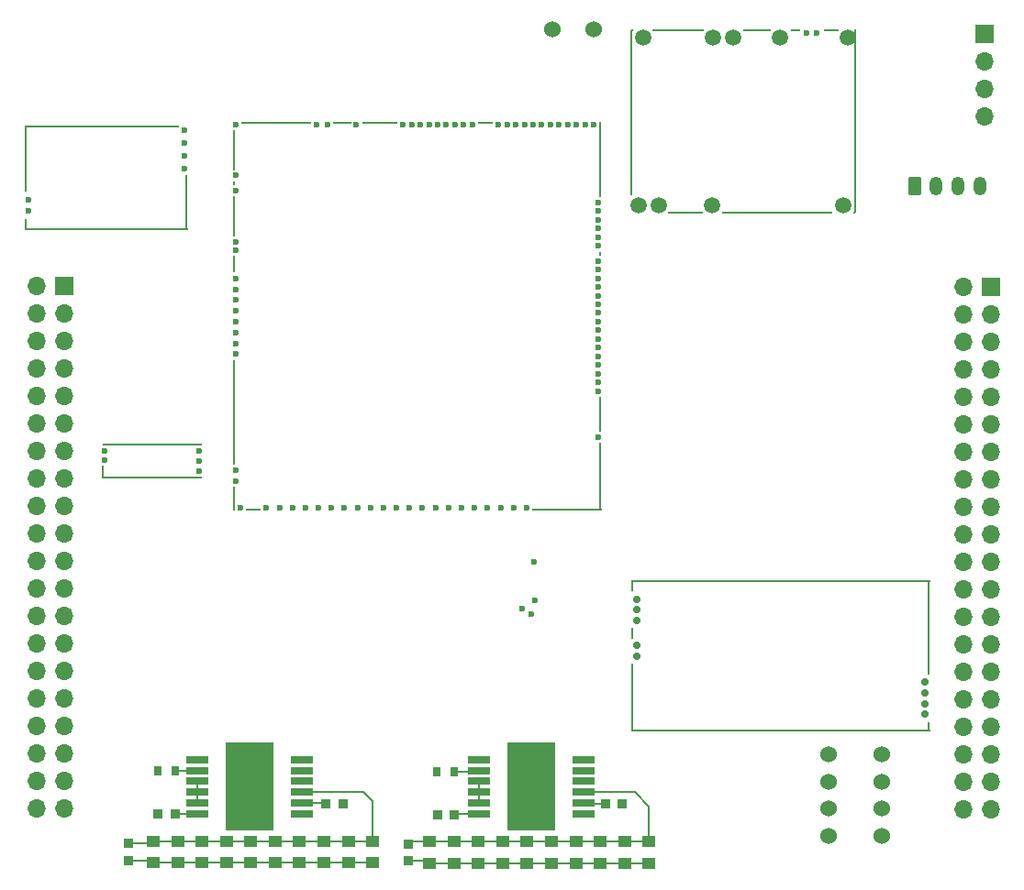
<source format=gbr>
%TF.GenerationSoftware,KiCad,Pcbnew,8.0.7*%
%TF.CreationDate,2024-12-26T23:24:23+03:00*%
%TF.ProjectId,uaefi,75616566-692e-46b6-9963-61645f706362,D*%
%TF.SameCoordinates,Original*%
%TF.FileFunction,Copper,L4,Bot*%
%TF.FilePolarity,Positive*%
%FSLAX46Y46*%
G04 Gerber Fmt 4.6, Leading zero omitted, Abs format (unit mm)*
G04 Created by KiCad (PCBNEW 8.0.7) date 2024-12-26 23:24:23*
%MOMM*%
%LPD*%
G01*
G04 APERTURE LIST*
G04 Aperture macros list*
%AMRoundRect*
0 Rectangle with rounded corners*
0 $1 Rounding radius*
0 $2 $3 $4 $5 $6 $7 $8 $9 X,Y pos of 4 corners*
0 Add a 4 corners polygon primitive as box body*
4,1,4,$2,$3,$4,$5,$6,$7,$8,$9,$2,$3,0*
0 Add four circle primitives for the rounded corners*
1,1,$1+$1,$2,$3*
1,1,$1+$1,$4,$5*
1,1,$1+$1,$6,$7*
1,1,$1+$1,$8,$9*
0 Add four rect primitives between the rounded corners*
20,1,$1+$1,$2,$3,$4,$5,0*
20,1,$1+$1,$4,$5,$6,$7,0*
20,1,$1+$1,$6,$7,$8,$9,0*
20,1,$1+$1,$8,$9,$2,$3,0*%
G04 Aperture macros list end*
%TA.AperFunction,ComponentPad*%
%ADD10C,1.500000*%
%TD*%
%TA.AperFunction,ComponentPad*%
%ADD11C,0.600000*%
%TD*%
%TA.AperFunction,SMDPad,CuDef*%
%ADD12O,3.300000X0.200000*%
%TD*%
%TA.AperFunction,SMDPad,CuDef*%
%ADD13O,10.200000X0.200000*%
%TD*%
%TA.AperFunction,SMDPad,CuDef*%
%ADD14O,0.300000X0.200000*%
%TD*%
%TA.AperFunction,SMDPad,CuDef*%
%ADD15O,0.200000X17.000000*%
%TD*%
%TA.AperFunction,SMDPad,CuDef*%
%ADD16O,0.200000X15.400000*%
%TD*%
%TA.AperFunction,SMDPad,CuDef*%
%ADD17O,4.800000X0.200000*%
%TD*%
%TA.AperFunction,SMDPad,CuDef*%
%ADD18O,2.600000X0.200000*%
%TD*%
%TA.AperFunction,SMDPad,CuDef*%
%ADD19O,1.000000X0.200000*%
%TD*%
%TA.AperFunction,SMDPad,CuDef*%
%ADD20O,1.500000X0.200000*%
%TD*%
%TA.AperFunction,ComponentPad*%
%ADD21R,1.700000X1.700000*%
%TD*%
%TA.AperFunction,ComponentPad*%
%ADD22O,1.700000X1.700000*%
%TD*%
%TA.AperFunction,ComponentPad*%
%ADD23RoundRect,0.250000X-0.350000X-0.625000X0.350000X-0.625000X0.350000X0.625000X-0.350000X0.625000X0*%
%TD*%
%TA.AperFunction,ComponentPad*%
%ADD24O,1.200000X1.750000*%
%TD*%
%TA.AperFunction,SMDPad,CuDef*%
%ADD25O,0.200000X1.225000*%
%TD*%
%TA.AperFunction,SMDPad,CuDef*%
%ADD26O,9.300000X0.200000*%
%TD*%
%TA.AperFunction,ComponentPad*%
%ADD27C,1.524000*%
%TD*%
%TA.AperFunction,ComponentPad*%
%ADD28C,0.599999*%
%TD*%
%TA.AperFunction,SMDPad,CuDef*%
%ADD29R,0.200000X3.700000*%
%TD*%
%TA.AperFunction,SMDPad,CuDef*%
%ADD30R,0.200000X0.400000*%
%TD*%
%TA.AperFunction,SMDPad,CuDef*%
%ADD31R,0.200000X1.600000*%
%TD*%
%TA.AperFunction,SMDPad,CuDef*%
%ADD32R,0.200000X9.700000*%
%TD*%
%TA.AperFunction,SMDPad,CuDef*%
%ADD33R,0.200000X2.300000*%
%TD*%
%TA.AperFunction,SMDPad,CuDef*%
%ADD34R,1.400000X0.200000*%
%TD*%
%TA.AperFunction,SMDPad,CuDef*%
%ADD35R,6.400000X0.200000*%
%TD*%
%TA.AperFunction,SMDPad,CuDef*%
%ADD36R,1.700000X0.200000*%
%TD*%
%TA.AperFunction,SMDPad,CuDef*%
%ADD37R,3.300000X0.200000*%
%TD*%
%TA.AperFunction,SMDPad,CuDef*%
%ADD38R,0.200000X7.000000*%
%TD*%
%TA.AperFunction,SMDPad,CuDef*%
%ADD39R,0.200000X3.300000*%
%TD*%
%TA.AperFunction,SMDPad,CuDef*%
%ADD40R,0.200000X6.300000*%
%TD*%
%TA.AperFunction,ComponentPad*%
%ADD41C,0.700000*%
%TD*%
%TA.AperFunction,SMDPad,CuDef*%
%ADD42R,0.250000X1.100000*%
%TD*%
%TA.AperFunction,SMDPad,CuDef*%
%ADD43R,0.250000X0.980000*%
%TD*%
%TA.AperFunction,SMDPad,CuDef*%
%ADD44R,0.250000X6.300000*%
%TD*%
%TA.AperFunction,SMDPad,CuDef*%
%ADD45R,27.600000X0.250000*%
%TD*%
%TA.AperFunction,SMDPad,CuDef*%
%ADD46R,0.250000X8.750000*%
%TD*%
%TA.AperFunction,SMDPad,CuDef*%
%ADD47R,0.250000X0.950000*%
%TD*%
%TA.AperFunction,SMDPad,CuDef*%
%ADD48R,0.250000X6.185000*%
%TD*%
%TA.AperFunction,SMDPad,CuDef*%
%ADD49R,0.250000X1.115000*%
%TD*%
%TA.AperFunction,SMDPad,CuDef*%
%ADD50R,14.275000X0.250000*%
%TD*%
%TA.AperFunction,SMDPad,CuDef*%
%ADD51R,15.100000X0.250000*%
%TD*%
%TA.AperFunction,SMDPad,CuDef*%
%ADD52R,0.250000X5.175000*%
%TD*%
%TA.AperFunction,SMDPad,CuDef*%
%ADD53RoundRect,0.100000X0.525000X-0.400000X0.525000X0.400000X-0.525000X0.400000X-0.525000X-0.400000X0*%
%TD*%
%TA.AperFunction,SMDPad,CuDef*%
%ADD54RoundRect,0.070000X0.280000X0.390000X-0.280000X0.390000X-0.280000X-0.390000X0.280000X-0.390000X0*%
%TD*%
%TA.AperFunction,SMDPad,CuDef*%
%ADD55RoundRect,0.085000X0.340000X0.340000X-0.340000X0.340000X-0.340000X-0.340000X0.340000X-0.340000X0*%
%TD*%
%TA.AperFunction,SMDPad,CuDef*%
%ADD56R,2.000000X0.650000*%
%TD*%
%TA.AperFunction,SMDPad,CuDef*%
%ADD57R,4.500000X8.100000*%
%TD*%
%TA.AperFunction,SMDPad,CuDef*%
%ADD58RoundRect,0.085000X-0.340000X-0.340000X0.340000X-0.340000X0.340000X0.340000X-0.340000X0.340000X0*%
%TD*%
%TA.AperFunction,SMDPad,CuDef*%
%ADD59RoundRect,0.085000X0.340000X-0.340000X0.340000X0.340000X-0.340000X0.340000X-0.340000X-0.340000X0*%
%TD*%
%TA.AperFunction,Conductor*%
%ADD60C,0.150000*%
%TD*%
%TA.AperFunction,Conductor*%
%ADD61C,0.200000*%
%TD*%
G04 APERTURE END LIST*
D10*
%TO.P,M1,E1,VBAT*%
%TO.N,/VBAT*%
X132500000Y-47250002D03*
%TO.P,M1,E2,V12*%
%TO.N,unconnected-(M1-V12-PadE2)*%
X138899997Y-47250002D03*
%TO.P,M1,E3,VIGN*%
%TO.N,/VIGN*%
X140800000Y-47250002D03*
%TO.P,M1,E4,V5*%
%TO.N,+5V*%
X145100000Y-47250002D03*
D11*
%TO.P,M1,E5,EN_5VP*%
%TO.N,/PWR_EN*%
X147499997Y-46800003D03*
%TO.P,M1,E6,PG_5VP*%
%TO.N,Net-(M1-PG_5VP)*%
X148499998Y-46800003D03*
D12*
%TO.P,M1,S1,GND*%
%TO.N,GND*%
X136350000Y-63399998D03*
D13*
X144849998Y-63399998D03*
D14*
X151950000Y-63399998D03*
D15*
X152000000Y-55000000D03*
D16*
X131400000Y-54199999D03*
D10*
X151350000Y-47250002D03*
D14*
X131450000Y-46600001D03*
D17*
X135649998Y-46600001D03*
D18*
X143000000Y-46600001D03*
D19*
X146499997Y-46600001D03*
D20*
X149799998Y-46600001D03*
D10*
%TO.P,M1,V1,V12_PERM*%
%TO.N,+12V_RAW*%
X132049998Y-62749999D03*
%TO.P,M1,V2,IN_VIGN*%
%TO.N,/IN_VIGN*%
X133899997Y-62749999D03*
%TO.P,M1,V3,V12_RAW*%
%TO.N,+12V_RAW*%
X138850000Y-62749999D03*
%TO.P,M1,V4,5VP*%
%TO.N,+5VP*%
X150899998Y-62749999D03*
%TD*%
D21*
%TO.P,BLUETOOTH1,1,Pin_1*%
%TO.N,/BT_TX*%
X164000000Y-46960000D03*
D22*
%TO.P,BLUETOOTH1,2,Pin_2*%
%TO.N,/BT_RX*%
X164000000Y-49500000D03*
%TO.P,BLUETOOTH1,3,Pin_3*%
%TO.N,GND*%
X164000000Y-52040000D03*
%TO.P,BLUETOOTH1,4,Pin_4*%
%TO.N,+5VA*%
X164000000Y-54580000D03*
%TD*%
D23*
%TO.P,USB1,1,Pin_1*%
%TO.N,GND*%
X157500000Y-61000000D03*
D24*
%TO.P,USB1,2,Pin_2*%
%TO.N,/USB+*%
X159500000Y-61000000D03*
%TO.P,USB1,3,Pin_3*%
%TO.N,/USB-*%
X161500000Y-61000000D03*
%TO.P,USB1,4,Pin_4*%
%TO.N,/VBUS*%
X163500000Y-61000000D03*
%TD*%
D11*
%TO.P,M2,E1,V5A*%
%TO.N,+5VA*%
X91475000Y-85425002D03*
D25*
%TO.P,M2,E2,GND*%
%TO.N,GND*%
X82575000Y-87400002D03*
D26*
X87125000Y-84825002D03*
X87125000Y-87925002D03*
D11*
X91475000Y-86375002D03*
%TO.P,M2,E3,OUT_KNOCK*%
%TO.N,/IN_KNOCK*%
X91475000Y-87325000D03*
%TO.P,M2,W1,IN_KNOCK*%
%TO.N,/IN_KNOCK_RAW*%
X82775000Y-86325002D03*
%TO.P,M2,W2,VREF*%
%TO.N,/VREF1*%
X82775000Y-85425002D03*
%TD*%
D27*
%TO.P,F1,1,1*%
%TO.N,/12V_KEY*%
X154450000Y-113500000D03*
%TO.P,F1,2,2*%
%TO.N,/IN_VIGN*%
X149550000Y-113500000D03*
%TD*%
D28*
%TO.P,CAN1,V1,V5*%
%TO.N,+5VA*%
X122137499Y-100543338D03*
%TO.P,CAN1,V2,CAN_VIO*%
%TO.N,+3.3VA*%
X121262497Y-100018338D03*
%TO.P,CAN1,V5,CAN_TX*%
%TO.N,/MCU-CAN2TX*%
X122437501Y-99268340D03*
%TO.P,CAN1,V6,CAN_RX*%
%TO.N,/MCU-CAN2RX*%
X122362498Y-95718339D03*
%TD*%
D11*
%TO.P,MCU1,E1,V5A_SWITCHABLE*%
%TO.N,+5VA*%
X128299990Y-84200010D03*
%TO.P,MCU1,E2,GNDA*%
%TO.N,unconnected-(MCU1-GNDA-PadE2)*%
X128300000Y-79900010D03*
%TO.P,MCU1,E3,I2C_SCL_(PB10)*%
%TO.N,unconnected-(MCU1-I2C_SCL_(PB10)-PadE3)*%
X128300000Y-79100020D03*
%TO.P,MCU1,E4,I2C_SDA_(PB11)*%
%TO.N,unconnected-(MCU1-I2C_SDA_(PB11)-PadE4)*%
X128300000Y-78300010D03*
%TO.P,MCU1,E5,IN_VIGN_(PA5)*%
%TO.N,/VIGN*%
X128300000Y-77500010D03*
%TO.P,MCU1,E6,SPI2_CS_/_CAN2_RX_(PB12)*%
%TO.N,/MCU-CAN2RX*%
X128300000Y-76700010D03*
%TO.P,MCU1,E7,SPI2_SCK_/_CAN2_TX_(PB13)*%
%TO.N,/MCU-CAN2TX*%
X128300000Y-75900010D03*
%TO.P,MCU1,E8,SPI2_MISO_(PB14)*%
%TO.N,/DC1_DIS*%
X128300000Y-75100010D03*
%TO.P,MCU1,E9,SPI2_MOSI_(PB15)*%
%TO.N,/DC2_DIR*%
X128300000Y-74300010D03*
%TO.P,MCU1,E10,OUT_INJ8_(PD12)*%
%TO.N,/LS2*%
X128300000Y-73500010D03*
%TO.P,MCU1,E11,OUT_INJ7_(PD15)*%
%TO.N,/LS1*%
X128300000Y-72700010D03*
%TO.P,MCU1,E12,OUT_INJ6_(PA8)*%
%TO.N,/INJ6*%
X128300000Y-71900010D03*
%TO.P,MCU1,E13,OUT_INJ5_(PD2)*%
%TO.N,/INJ5*%
X128300000Y-71100010D03*
%TO.P,MCU1,E14,OUT_INJ4_(PD10)*%
%TO.N,/INJ4*%
X128300000Y-70300010D03*
%TO.P,MCU1,E15,OUT_INJ3_(PD11)*%
%TO.N,/INJ3*%
X128300000Y-69500010D03*
%TO.P,MCU1,E16,OUT_INJ2_(PA9)*%
%TO.N,/INJ2*%
X128299990Y-68700020D03*
%TO.P,MCU1,E17,OUT_INJ1_(PD3)*%
%TO.N,/INJ1*%
X128300000Y-67900010D03*
%TO.P,MCU1,E18,OUT_PWM1_(PD13)*%
%TO.N,/LS3*%
X128300000Y-66500010D03*
%TO.P,MCU1,E19,OUT_PWM2_(PC6)*%
%TO.N,/LS4*%
X128300000Y-65700020D03*
%TO.P,MCU1,E20,OUT_PWM3_(PC7)*%
%TO.N,/DC1_PWM*%
X128300000Y-64900020D03*
%TO.P,MCU1,E21,OUT_PWM4_(PC8)*%
%TO.N,/DC1_DIR*%
X128300000Y-64100020D03*
%TO.P,MCU1,E22,OUT_PWM5_(PC9)*%
%TO.N,/DC2_PWM*%
X128300000Y-63300020D03*
%TO.P,MCU1,E23,OUT_PWM6_(PD14)*%
%TO.N,unconnected-(MCU1-OUT_PWM6_(PD14)-PadE23)*%
X128300000Y-62500010D03*
D29*
%TO.P,MCU1,G,GND*%
%TO.N,GND*%
X94699990Y-57650020D03*
D30*
X94699990Y-60700010D03*
D29*
X94699990Y-63750020D03*
D31*
X94699990Y-68200010D03*
D32*
X94699990Y-81850010D03*
D33*
X94699990Y-89850010D03*
D34*
X96500000Y-90900020D03*
D35*
X98599990Y-55100020D03*
D36*
X104649990Y-55100020D03*
D37*
X108149990Y-55100020D03*
D34*
X117899990Y-55100020D03*
D35*
X125399990Y-90900020D03*
D38*
X128500000Y-58500000D03*
D30*
X128500000Y-67200020D03*
D39*
X128500000Y-82050020D03*
D40*
X128500000Y-87850020D03*
D11*
%TO.P,MCU1,N1,VBUS*%
%TO.N,/VBUS*%
X127900000Y-55300010D03*
%TO.P,MCU1,N2,USBM_(PA11)*%
%TO.N,/USB-*%
X127100000Y-55300010D03*
%TO.P,MCU1,N3,USBP_(PA12)*%
%TO.N,/USB+*%
X126300000Y-55300010D03*
%TO.P,MCU1,N4,USBID_(PA10)*%
%TO.N,/DC2_DIS*%
X125499990Y-55300010D03*
%TO.P,MCU1,N5,SWDIO_(PA13)*%
%TO.N,unconnected-(MCU1-SWDIO_(PA13)-PadN5)*%
X124700000Y-55300010D03*
%TO.P,MCU1,N6,SWCLK_(PA14)*%
%TO.N,unconnected-(MCU1-SWCLK_(PA14)-PadN6)*%
X123900000Y-55300010D03*
%TO.P,MCU1,N7,nReset*%
%TO.N,unconnected-(MCU1-nReset-PadN7)*%
X123100000Y-55300010D03*
%TO.P,MCU1,N8,SWO_(PB3)*%
%TO.N,unconnected-(MCU1-SWO_(PB3)-PadN8)*%
X122299990Y-55300010D03*
%TO.P,MCU1,N9,SPI3_CS_(PA15)*%
%TO.N,/EGT/SPI_CS*%
X121500000Y-55300020D03*
%TO.P,MCU1,N10,SPI3_SCK_(PC10)*%
%TO.N,/EGT/SPI_SCK*%
X120700000Y-55300020D03*
%TO.P,MCU1,N11,SPI3_MISO_(PC11)*%
%TO.N,/EGT/SPI_SO*%
X119900000Y-55300020D03*
%TO.P,MCU1,N12,SPI3_MOSI_(PC12)*%
%TO.N,/PG_5VP*%
X119100000Y-55300020D03*
%TO.P,MCU1,N13,UART2_TX_(PD5)*%
%TO.N,/BT_TX*%
X116699990Y-55300020D03*
%TO.P,MCU1,N14,UART2_RX_(PD6)*%
%TO.N,/BT_RX*%
X115899990Y-55300020D03*
%TO.P,MCU1,N14a,LED_GREEN*%
%TO.N,unconnected-(MCU1-LED_GREEN-PadN14a)*%
X115100000Y-55300010D03*
%TO.P,MCU1,N14b,LED_YELLOW*%
%TO.N,unconnected-(MCU1-LED_YELLOW-PadN14b)*%
X114299990Y-55300010D03*
%TO.P,MCU1,N15,V33_SWITCHABLE*%
%TO.N,+3.3VA*%
X113499990Y-55300010D03*
%TO.P,MCU1,N16,BOOT0*%
%TO.N,unconnected-(MCU1-BOOT0-PadN16)*%
X112699990Y-55300010D03*
%TO.P,MCU1,N17,VBAT*%
%TO.N,/VBAT*%
X111899990Y-55300010D03*
%TO.P,MCU1,N18,UART8_RX_(PE0)*%
%TO.N,unconnected-(MCU1-UART8_RX_(PE0)-PadN18)*%
X111099990Y-55300020D03*
%TO.P,MCU1,N19,UART8_TX_(PE1)*%
%TO.N,/VR_MAX9924*%
X110299990Y-55300020D03*
%TO.P,MCU1,N20,OUT_PWR_EN_(PE10)*%
%TO.N,/PWR_EN*%
X105999990Y-55300020D03*
%TO.P,MCU1,N21,V33*%
%TO.N,+3.3V*%
X103299990Y-55300020D03*
%TO.P,MCU1,N22,VCC*%
%TO.N,+5V*%
X102300000Y-55300020D03*
%TO.P,MCU1,N23,V33*%
%TO.N,unconnected-(MCU1-V33-PadN23)*%
X94899990Y-55300020D03*
%TO.P,MCU1,S1,IN_D4_(PE15)*%
%TO.N,/IN_BUTTON3*%
X121700010Y-90700020D03*
%TO.P,MCU1,S2,IN_D3_(PE14)*%
%TO.N,/IN_HALL3*%
X120500000Y-90700020D03*
%TO.P,MCU1,S3,IN_D2_(PE13)*%
%TO.N,/IN_HALL2*%
X119300000Y-90700020D03*
%TO.P,MCU1,S4,IN_D1_(PE12)*%
%TO.N,/IN_HALL1*%
X118100000Y-90700020D03*
%TO.P,MCU1,S5,VREF2*%
%TO.N,unconnected-(MCU1-VREF2-PadS5)*%
X116900000Y-90700020D03*
%TO.P,MCU1,S6,IN_AUX4_(PC5)*%
%TO.N,/IN_VMAIN*%
X115700000Y-90700020D03*
%TO.P,MCU1,S7,IN_AUX3_(PA7)*%
%TO.N,/IN_AUX3*%
X114500000Y-90700020D03*
%TO.P,MCU1,S8,IN_AUX2_(PC4/PE9)*%
%TO.N,/IN_PPS2*%
X113300000Y-90700020D03*
%TO.P,MCU1,S9,IN_AUX1_(PB0)*%
%TO.N,/IN_TPS2*%
X112100000Y-90700020D03*
%TO.P,MCU1,S10,IN_O2S2_(PA1)*%
%TO.N,/IN_AUX2*%
X110900000Y-90700020D03*
%TO.P,MCU1,S11,IN_O2S_/_CAN_WAKEUP_(PA0)*%
%TO.N,/IN_AUX1*%
X109700000Y-90700020D03*
%TO.P,MCU1,S12,IN_MAP2_(PC1)*%
%TO.N,/INTERNAL_MAP*%
X108500000Y-90700020D03*
%TO.P,MCU1,S13,IN_MAP1_(PC0)*%
%TO.N,/IN_MAP*%
X107300000Y-90700020D03*
%TO.P,MCU1,S14,IN_CRANK_(PB1)*%
%TO.N,/IN_BUTTON1*%
X106100000Y-90700020D03*
%TO.P,MCU1,S15,IN_KNOCK_(PA2)*%
%TO.N,/ADC3*%
X104900000Y-90700020D03*
%TO.P,MCU1,S16,IN_CAM_(PA6)*%
%TO.N,/IN_BUTTON2*%
X103700000Y-90700020D03*
%TO.P,MCU1,S17,IN_VSS_(PE11)*%
%TO.N,/IN_FLEX*%
X102500000Y-90700020D03*
%TO.P,MCU1,S18,IN_TPS_(PA4)*%
%TO.N,/IN_TPS1*%
X101299990Y-90700020D03*
%TO.P,MCU1,S19,IN_PPS_(PA3)*%
%TO.N,/IN_PPS1*%
X100099990Y-90700020D03*
%TO.P,MCU1,S20,IN_IAT_(PC3)*%
%TO.N,/IN_IAT*%
X98899990Y-90700020D03*
%TO.P,MCU1,S21,IN_CLT_(PC2)*%
%TO.N,/IN_CLT*%
X97699990Y-90700020D03*
%TO.P,MCU1,S22,VREF1*%
%TO.N,/VREF1*%
X95299990Y-90700020D03*
%TO.P,MCU1,W1,GNDA*%
%TO.N,GNDA*%
X94899990Y-88200010D03*
%TO.P,MCU1,W2,V5A_SWITCHABLE*%
%TO.N,+5VA*%
X94899990Y-87200010D03*
%TO.P,MCU1,W3,IGN8_(PE6)*%
%TO.N,/LS_HOT2*%
X94899990Y-76500020D03*
%TO.P,MCU1,W4,IGN7_(PB9)*%
%TO.N,/LS_HOT1*%
X94899990Y-75500010D03*
%TO.P,MCU1,W5,IGN6_(PB8)*%
%TO.N,/IGN6*%
X94899990Y-74500020D03*
%TO.P,MCU1,W6,IGN5_(PE2)*%
%TO.N,/IGN5*%
X94899990Y-73500020D03*
%TO.P,MCU1,W7,IGN4_(PE3)*%
%TO.N,/IGN4*%
X94899990Y-72500020D03*
%TO.P,MCU1,W8,IGN3_(PE4)*%
%TO.N,/IGN3*%
X94899990Y-71500020D03*
%TO.P,MCU1,W9,IGN2_(PE5)*%
%TO.N,/IGN2*%
X94899990Y-70500020D03*
%TO.P,MCU1,W10,IGN1_(PC13)*%
%TO.N,/IGN1*%
X94899990Y-69500020D03*
%TO.P,MCU1,W11,CANH*%
%TO.N,/CAN1+*%
X94899990Y-66900020D03*
%TO.P,MCU1,W12,CANL*%
%TO.N,/CAN1-*%
X94899990Y-66100020D03*
%TO.P,MCU1,W13,V33_REF*%
%TO.N,unconnected-(MCU1-V33_REF-PadW13)*%
X94899990Y-61400010D03*
%TO.P,MCU1,W14,V5A_SWITCHABLE*%
%TO.N,unconnected-(MCU1-V5A_SWITCHABLE-PadW14)*%
X94899990Y-60000020D03*
%TD*%
D27*
%TO.P,R4,1,1*%
%TO.N,Net-(M1-PG_5VP)*%
X127905000Y-46500000D03*
%TO.P,R4,2,2*%
%TO.N,/PG_5VP*%
X124095000Y-46500000D03*
%TD*%
%TO.P,F4,1,1*%
%TO.N,+12V*%
X149550000Y-118500000D03*
%TO.P,F4,2,2*%
%TO.N,/DC Driver 1/PWR*%
X154450000Y-118500000D03*
%TD*%
%TO.P,F2,1,1*%
%TO.N,+12V*%
X149550000Y-116000000D03*
%TO.P,F2,2,2*%
%TO.N,+12V_RAW*%
X154450000Y-116000000D03*
%TD*%
%TO.P,F3,1,1*%
%TO.N,+12V*%
X149550000Y-121000000D03*
%TO.P,F3,2,2*%
%TO.N,/DC Driver 2/PWR*%
X154450000Y-121000000D03*
%TD*%
D41*
%TO.P,M3,E1,LSU_Un*%
%TO.N,/WBO_Un*%
X158425000Y-109775000D03*
%TO.P,M3,E2,LSU_Vm*%
%TO.N,/WBO_Vm*%
X158425000Y-106775000D03*
%TO.P,M3,E3,LSU_Ip*%
%TO.N,/WBO_Ip*%
X158425000Y-107775000D03*
%TO.P,M3,E4,LSU_Rtrim*%
%TO.N,/WBO_Rtrim*%
X158425000Y-108775000D03*
D42*
%TO.P,M3,G,GND*%
%TO.N,GND*%
X131450000Y-97925000D03*
D43*
X131450000Y-102265000D03*
D44*
X131450000Y-108225000D03*
D45*
X145125000Y-97500000D03*
X145125000Y-111250000D03*
D46*
X158800000Y-101750000D03*
D47*
X158800000Y-110900000D03*
D41*
%TO.P,M3,W1,V5_IN*%
%TO.N,+5VA*%
X131833800Y-100125000D03*
%TO.P,M3,W2,CAN_VIO*%
%TO.N,unconnected-(M3-CAN_VIO-PadW2)*%
X131833800Y-101125000D03*
%TO.P,M3,W3,CANL*%
%TO.N,/CAN1-*%
X131833800Y-104421000D03*
%TO.P,M3,W4,CANH*%
%TO.N,/CAN1+*%
X131833800Y-103405000D03*
%TO.P,M3,W9,VDDA*%
%TO.N,unconnected-(M3-VDDA-PadW9)*%
X131833800Y-99125000D03*
%TD*%
D11*
%TO.P,M4,E1,NC*%
%TO.N,unconnected-(M4-NC-PadE1)*%
X90137500Y-58200000D03*
%TO.P,M4,E2,NC*%
%TO.N,unconnected-(M4-NC-PadE2)*%
X90137500Y-59400000D03*
%TO.P,M4,E3,OUT*%
%TO.N,/VR_MAX9924*%
X90137500Y-57000000D03*
%TO.P,M4,E4,V5_IN*%
%TO.N,+5VA*%
X90137500Y-55800000D03*
D48*
%TO.P,M4,G,GND*%
%TO.N,GND*%
X75487500Y-58467500D03*
D49*
X75487500Y-64517500D03*
D50*
X82500000Y-55500000D03*
D51*
X82912500Y-64950000D03*
D52*
X90337500Y-62487500D03*
D11*
%TO.P,M4,W1,VR-*%
%TO.N,/VR_MAX9924-*%
X75712500Y-62260000D03*
%TO.P,M4,W2,VR+*%
%TO.N,/VR_MAX9924+*%
X75712500Y-63260000D03*
%TD*%
D53*
%TO.P,C14,1*%
%TO.N,GND*%
X107500000Y-123500000D03*
%TO.P,C14,2*%
%TO.N,/DC Driver 2/PWR*%
X107500000Y-121500000D03*
%TD*%
%TO.P,C21,1*%
%TO.N,GND*%
X91750000Y-123500000D03*
%TO.P,C21,2*%
%TO.N,/DC Driver 2/PWR*%
X91750000Y-121500000D03*
%TD*%
%TO.P,C22,1*%
%TO.N,GND*%
X89500000Y-123500000D03*
%TO.P,C22,2*%
%TO.N,/DC Driver 2/PWR*%
X89500000Y-121500000D03*
%TD*%
D54*
%TO.P,R9,1*%
%TO.N,/DC1_DIS*%
X115050000Y-115040000D03*
%TO.P,R9,2*%
%TO.N,+3.3V*%
X113450000Y-115040000D03*
%TD*%
D53*
%TO.P,C6,1*%
%TO.N,GND*%
X121750000Y-123540000D03*
%TO.P,C6,2*%
%TO.N,/DC Driver 1/PWR*%
X121750000Y-121540000D03*
%TD*%
%TO.P,C15,1*%
%TO.N,GND*%
X105250000Y-123500000D03*
%TO.P,C15,2*%
%TO.N,/DC Driver 2/PWR*%
X105250000Y-121500000D03*
%TD*%
%TO.P,C20,1*%
%TO.N,GND*%
X94000000Y-123500000D03*
%TO.P,C20,2*%
%TO.N,/DC Driver 2/PWR*%
X94000000Y-121500000D03*
%TD*%
%TO.P,C23,1*%
%TO.N,GND*%
X87250000Y-123500000D03*
%TO.P,C23,2*%
%TO.N,/DC Driver 2/PWR*%
X87250000Y-121500000D03*
%TD*%
%TO.P,C4,1*%
%TO.N,GND*%
X126250000Y-123540000D03*
%TO.P,C4,2*%
%TO.N,/DC Driver 1/PWR*%
X126250000Y-121540000D03*
%TD*%
%TO.P,C18,1*%
%TO.N,GND*%
X98500000Y-123500000D03*
%TO.P,C18,2*%
%TO.N,/DC Driver 2/PWR*%
X98500000Y-121500000D03*
%TD*%
D55*
%TO.P,C25,1*%
%TO.N,GND*%
X104790001Y-118000000D03*
%TO.P,C25,2*%
%TO.N,/OUT_DC2-*%
X103209999Y-118000000D03*
%TD*%
D53*
%TO.P,C8,1*%
%TO.N,GND*%
X117250000Y-123540000D03*
%TO.P,C8,2*%
%TO.N,/DC Driver 1/PWR*%
X117250000Y-121540000D03*
%TD*%
D21*
%TO.P,SAGSOKET1,1,Pin_1*%
%TO.N,/OUT_INJ1*%
X164540000Y-70260000D03*
D22*
%TO.P,SAGSOKET1,2,Pin_2*%
%TO.N,/OUT_INJ2*%
X162000000Y-70260000D03*
%TO.P,SAGSOKET1,3,Pin_3*%
%TO.N,/OUT_INJ3*%
X164540000Y-72800000D03*
%TO.P,SAGSOKET1,4,Pin_4*%
%TO.N,/OUT_INJ4*%
X162000000Y-72800000D03*
%TO.P,SAGSOKET1,5,Pin_5*%
%TO.N,/OUT_INJ5*%
X164540000Y-75340000D03*
%TO.P,SAGSOKET1,6,Pin_6*%
%TO.N,/OUT_INJ6*%
X162000000Y-75340000D03*
%TO.P,SAGSOKET1,7,Pin_7*%
%TO.N,/OUT_LS1*%
X164540000Y-77880000D03*
%TO.P,SAGSOKET1,8,Pin_8*%
%TO.N,/OUT_LS2*%
X162000000Y-77880000D03*
%TO.P,SAGSOKET1,9,Pin_9*%
%TO.N,/OUT_LS3*%
X164540000Y-80420000D03*
%TO.P,SAGSOKET1,10,Pin_10*%
%TO.N,/OUT_LS4*%
X162000000Y-80420000D03*
%TO.P,SAGSOKET1,11,Pin_11*%
%TO.N,/OUT_LS_HOT1*%
X164540000Y-82960000D03*
%TO.P,SAGSOKET1,12,Pin_12*%
%TO.N,/OUT_LS_HOT2*%
X162000000Y-82960000D03*
%TO.P,SAGSOKET1,13,Pin_13*%
%TO.N,unconnected-(SAGSOKET1-Pin_13-Pad13)*%
X164540000Y-85500000D03*
%TO.P,SAGSOKET1,14,Pin_14*%
%TO.N,unconnected-(SAGSOKET1-Pin_14-Pad14)*%
X162000000Y-85500000D03*
%TO.P,SAGSOKET1,15,Pin_15*%
%TO.N,unconnected-(SAGSOKET1-Pin_15-Pad15)*%
X164540000Y-88040000D03*
%TO.P,SAGSOKET1,16,Pin_16*%
%TO.N,unconnected-(SAGSOKET1-Pin_16-Pad16)*%
X162000000Y-88040000D03*
%TO.P,SAGSOKET1,17,Pin_17*%
%TO.N,unconnected-(SAGSOKET1-Pin_17-Pad17)*%
X164540000Y-90580000D03*
%TO.P,SAGSOKET1,18,Pin_18*%
%TO.N,unconnected-(SAGSOKET1-Pin_18-Pad18)*%
X162000000Y-90580000D03*
%TO.P,SAGSOKET1,19,Pin_19*%
%TO.N,unconnected-(SAGSOKET1-Pin_19-Pad19)*%
X164540000Y-93120000D03*
%TO.P,SAGSOKET1,20,Pin_20*%
%TO.N,unconnected-(SAGSOKET1-Pin_20-Pad20)*%
X162000000Y-93120000D03*
%TO.P,SAGSOKET1,21,Pin_21*%
%TO.N,/OUT_DC2-*%
X164540000Y-95660000D03*
%TO.P,SAGSOKET1,22,Pin_22*%
%TO.N,/OUT_DC2+*%
X162000000Y-95660000D03*
%TO.P,SAGSOKET1,23,Pin_23*%
%TO.N,/OUT_DC1-*%
X164540000Y-98200000D03*
%TO.P,SAGSOKET1,24,Pin_24*%
%TO.N,/OUT_DC1+*%
X162000000Y-98200000D03*
%TO.P,SAGSOKET1,25,Pin_25*%
%TO.N,unconnected-(SAGSOKET1-Pin_25-Pad25)*%
X164540000Y-100740000D03*
%TO.P,SAGSOKET1,26,Pin_26*%
%TO.N,/WBO_Heater*%
X162000000Y-100740000D03*
%TO.P,SAGSOKET1,27,Pin_27*%
%TO.N,/WBO_Vm*%
X164540000Y-103280000D03*
%TO.P,SAGSOKET1,28,Pin_28*%
%TO.N,/WBO_Rtrim*%
X162000000Y-103280000D03*
%TO.P,SAGSOKET1,29,Pin_29*%
%TO.N,/WBO_Un*%
X164540000Y-105820000D03*
%TO.P,SAGSOKET1,30,Pin_30*%
%TO.N,/WBO_Ip*%
X162000000Y-105820000D03*
%TO.P,SAGSOKET1,31,Pin_31*%
%TO.N,unconnected-(SAGSOKET1-Pin_31-Pad31)*%
X164540000Y-108360000D03*
%TO.P,SAGSOKET1,32,Pin_32*%
%TO.N,unconnected-(SAGSOKET1-Pin_32-Pad32)*%
X162000000Y-108360000D03*
%TO.P,SAGSOKET1,33,Pin_33*%
%TO.N,unconnected-(SAGSOKET1-Pin_33-Pad33)*%
X164540000Y-110900000D03*
%TO.P,SAGSOKET1,34,Pin_34*%
%TO.N,unconnected-(SAGSOKET1-Pin_34-Pad34)*%
X162000000Y-110900000D03*
%TO.P,SAGSOKET1,35,Pin_35*%
%TO.N,unconnected-(SAGSOKET1-Pin_35-Pad35)*%
X164540000Y-113440000D03*
%TO.P,SAGSOKET1,36,Pin_36*%
%TO.N,/12V_KEY*%
X162000000Y-113440000D03*
%TO.P,SAGSOKET1,37,Pin_37*%
%TO.N,+12V_RAW*%
X164540000Y-115980000D03*
%TO.P,SAGSOKET1,38,Pin_38*%
%TO.N,+5VP*%
X162000000Y-115980000D03*
%TO.P,SAGSOKET1,39,Pin_39*%
%TO.N,GND*%
X164540000Y-118520000D03*
%TO.P,SAGSOKET1,40,Pin_40*%
X162000000Y-118520000D03*
%TD*%
D56*
%TO.P,U1,1,DIR*%
%TO.N,/DC1_DIR*%
X126925000Y-113960000D03*
%TO.P,U1,2,VSO*%
%TO.N,+3.3V*%
X126925000Y-114960000D03*
%TO.P,U1,3,SO*%
%TO.N,unconnected-(U1-SO-Pad3)*%
X126925000Y-115960000D03*
%TO.P,U1,4,VS*%
%TO.N,/DC Driver 1/PWR*%
X126925000Y-116960000D03*
%TO.P,U1,5,OUT1*%
%TO.N,/OUT_DC1-*%
X126925000Y-117960000D03*
%TO.P,U1,6,GND*%
%TO.N,GND*%
X126925000Y-118960000D03*
%TO.P,U1,7,OUT2*%
%TO.N,/OUT_DC1+*%
X117325000Y-118960000D03*
%TO.P,U1,8,SI*%
%TO.N,GND*%
X117325000Y-117960000D03*
%TO.P,U1,9,CSN*%
X117325000Y-116960000D03*
%TO.P,U1,10,SCK*%
X117325000Y-115960000D03*
%TO.P,U1,11,DIS*%
%TO.N,/DC1_DIS*%
X117325000Y-114960000D03*
%TO.P,U1,12,PWM*%
%TO.N,/DC1_PWM*%
X117325000Y-113960000D03*
D57*
%TO.P,U1,13,GND*%
%TO.N,GND*%
X122125000Y-116460000D03*
%TD*%
D58*
%TO.P,C26,1*%
%TO.N,GND*%
X87709999Y-119000000D03*
%TO.P,C26,2*%
%TO.N,/OUT_DC2+*%
X89290001Y-119000000D03*
%TD*%
D53*
%TO.P,C9,1*%
%TO.N,GND*%
X115000000Y-123540000D03*
%TO.P,C9,2*%
%TO.N,/DC Driver 1/PWR*%
X115000000Y-121540000D03*
%TD*%
%TO.P,C7,1*%
%TO.N,GND*%
X119500000Y-123540000D03*
%TO.P,C7,2*%
%TO.N,/DC Driver 1/PWR*%
X119500000Y-121540000D03*
%TD*%
D59*
%TO.P,C11,1*%
%TO.N,GND*%
X110750000Y-123330001D03*
%TO.P,C11,2*%
%TO.N,/DC Driver 1/PWR*%
X110750000Y-121749999D03*
%TD*%
D53*
%TO.P,C5,1*%
%TO.N,GND*%
X124000000Y-123540000D03*
%TO.P,C5,2*%
%TO.N,/DC Driver 1/PWR*%
X124000000Y-121540000D03*
%TD*%
%TO.P,C17,1*%
%TO.N,GND*%
X100750000Y-123500000D03*
%TO.P,C17,2*%
%TO.N,/DC Driver 2/PWR*%
X100750000Y-121500000D03*
%TD*%
D55*
%TO.P,C12,1*%
%TO.N,GND*%
X130540001Y-118040000D03*
%TO.P,C12,2*%
%TO.N,/OUT_DC1-*%
X128959999Y-118040000D03*
%TD*%
D56*
%TO.P,U2,1,DIR*%
%TO.N,/DC2_DIR*%
X100925000Y-113960000D03*
%TO.P,U2,2,VSO*%
%TO.N,+3.3V*%
X100925000Y-114960000D03*
%TO.P,U2,3,SO*%
%TO.N,unconnected-(U2-SO-Pad3)*%
X100925000Y-115960000D03*
%TO.P,U2,4,VS*%
%TO.N,/DC Driver 2/PWR*%
X100925000Y-116960000D03*
%TO.P,U2,5,OUT1*%
%TO.N,/OUT_DC2-*%
X100925000Y-117960000D03*
%TO.P,U2,6,GND*%
%TO.N,GND*%
X100925000Y-118960000D03*
%TO.P,U2,7,OUT2*%
%TO.N,/OUT_DC2+*%
X91325000Y-118960000D03*
%TO.P,U2,8,SI*%
%TO.N,GND*%
X91325000Y-117960000D03*
%TO.P,U2,9,CSN*%
X91325000Y-116960000D03*
%TO.P,U2,10,SCK*%
X91325000Y-115960000D03*
%TO.P,U2,11,DIS*%
%TO.N,/DC2_DIS*%
X91325000Y-114960000D03*
%TO.P,U2,12,PWM*%
%TO.N,/DC2_PWM*%
X91325000Y-113960000D03*
D57*
%TO.P,U2,13,GND*%
%TO.N,GND*%
X96125000Y-116460000D03*
%TD*%
D53*
%TO.P,C2,1*%
%TO.N,GND*%
X130750000Y-123540000D03*
%TO.P,C2,2*%
%TO.N,/DC Driver 1/PWR*%
X130750000Y-121540000D03*
%TD*%
%TO.P,C10,1*%
%TO.N,GND*%
X112750000Y-123540000D03*
%TO.P,C10,2*%
%TO.N,/DC Driver 1/PWR*%
X112750000Y-121540000D03*
%TD*%
%TO.P,C19,1*%
%TO.N,GND*%
X96250000Y-123500000D03*
%TO.P,C19,2*%
%TO.N,/DC Driver 2/PWR*%
X96250000Y-121500000D03*
%TD*%
%TO.P,C16,1*%
%TO.N,GND*%
X103000000Y-123500000D03*
%TO.P,C16,2*%
%TO.N,/DC Driver 2/PWR*%
X103000000Y-121500000D03*
%TD*%
%TO.P,C3,1*%
%TO.N,GND*%
X128500000Y-123540000D03*
%TO.P,C3,2*%
%TO.N,/DC Driver 1/PWR*%
X128500000Y-121540000D03*
%TD*%
D21*
%TO.P,SOLSOKET1,1,Pin_1*%
%TO.N,/OUT_IGN1*%
X79000000Y-70220000D03*
D22*
%TO.P,SOLSOKET1,2,Pin_2*%
%TO.N,unconnected-(SOLSOKET1-Pin_2-Pad2)*%
X76460000Y-70220000D03*
%TO.P,SOLSOKET1,3,Pin_3*%
%TO.N,/OUT_IGN2*%
X79000000Y-72760000D03*
%TO.P,SOLSOKET1,4,Pin_4*%
%TO.N,unconnected-(SOLSOKET1-Pin_4-Pad4)*%
X76460000Y-72760000D03*
%TO.P,SOLSOKET1,5,Pin_5*%
%TO.N,/OUT_IGN3*%
X79000000Y-75300000D03*
%TO.P,SOLSOKET1,6,Pin_6*%
%TO.N,unconnected-(SOLSOKET1-Pin_6-Pad6)*%
X76460000Y-75300000D03*
%TO.P,SOLSOKET1,7,Pin_7*%
%TO.N,/OUT_IGN4*%
X79000000Y-77840000D03*
%TO.P,SOLSOKET1,8,Pin_8*%
%TO.N,unconnected-(SOLSOKET1-Pin_8-Pad8)*%
X76460000Y-77840000D03*
%TO.P,SOLSOKET1,9,Pin_9*%
%TO.N,/OUT_IGN5*%
X79000000Y-80380000D03*
%TO.P,SOLSOKET1,10,Pin_10*%
%TO.N,unconnected-(SOLSOKET1-Pin_10-Pad10)*%
X76460000Y-80380000D03*
%TO.P,SOLSOKET1,11,Pin_11*%
%TO.N,/OUT_IGN6*%
X79000000Y-82920000D03*
%TO.P,SOLSOKET1,12,Pin_12*%
%TO.N,unconnected-(SOLSOKET1-Pin_12-Pad12)*%
X76460000Y-82920000D03*
%TO.P,SOLSOKET1,13,Pin_13*%
%TO.N,unconnected-(SOLSOKET1-Pin_13-Pad13)*%
X79000000Y-85460000D03*
%TO.P,SOLSOKET1,14,Pin_14*%
%TO.N,unconnected-(SOLSOKET1-Pin_14-Pad14)*%
X76460000Y-85460000D03*
%TO.P,SOLSOKET1,15,Pin_15*%
%TO.N,unconnected-(SOLSOKET1-Pin_15-Pad15)*%
X79000000Y-88000000D03*
%TO.P,SOLSOKET1,16,Pin_16*%
%TO.N,unconnected-(SOLSOKET1-Pin_16-Pad16)*%
X76460000Y-88000000D03*
%TO.P,SOLSOKET1,17,Pin_17*%
%TO.N,unconnected-(SOLSOKET1-Pin_17-Pad17)*%
X79000000Y-90540000D03*
%TO.P,SOLSOKET1,18,Pin_18*%
%TO.N,/IN_AUX3*%
X76460000Y-90540000D03*
%TO.P,SOLSOKET1,19,Pin_19*%
%TO.N,/IN_AUX2*%
X79000000Y-93080000D03*
%TO.P,SOLSOKET1,20,Pin_20*%
%TO.N,/IN_AUX1*%
X76460000Y-93080000D03*
%TO.P,SOLSOKET1,21,Pin_21*%
%TO.N,/IN_BUTTON1*%
X79000000Y-95620000D03*
%TO.P,SOLSOKET1,22,Pin_22*%
%TO.N,/IN_BUTTON2*%
X76460000Y-95620000D03*
%TO.P,SOLSOKET1,23,Pin_23*%
%TO.N,/IN_BUTTON3*%
X79000000Y-98160000D03*
%TO.P,SOLSOKET1,24,Pin_24*%
%TO.N,unconnected-(SOLSOKET1-Pin_24-Pad24)*%
X76460000Y-98160000D03*
%TO.P,SOLSOKET1,25,Pin_25*%
%TO.N,unconnected-(SOLSOKET1-Pin_25-Pad25)*%
X79000000Y-100700000D03*
%TO.P,SOLSOKET1,26,Pin_26*%
%TO.N,unconnected-(SOLSOKET1-Pin_26-Pad26)*%
X76460000Y-100700000D03*
%TO.P,SOLSOKET1,27,Pin_27*%
%TO.N,unconnected-(SOLSOKET1-Pin_27-Pad27)*%
X79000000Y-103240000D03*
%TO.P,SOLSOKET1,28,Pin_28*%
%TO.N,unconnected-(SOLSOKET1-Pin_28-Pad28)*%
X76460000Y-103240000D03*
%TO.P,SOLSOKET1,29,Pin_29*%
%TO.N,unconnected-(SOLSOKET1-Pin_29-Pad29)*%
X79000000Y-105780000D03*
%TO.P,SOLSOKET1,30,Pin_30*%
%TO.N,unconnected-(SOLSOKET1-Pin_30-Pad30)*%
X76460000Y-105780000D03*
%TO.P,SOLSOKET1,31,Pin_31*%
%TO.N,unconnected-(SOLSOKET1-Pin_31-Pad31)*%
X79000000Y-108320000D03*
%TO.P,SOLSOKET1,32,Pin_32*%
%TO.N,unconnected-(SOLSOKET1-Pin_32-Pad32)*%
X76460000Y-108320000D03*
%TO.P,SOLSOKET1,33,Pin_33*%
%TO.N,/EGT-*%
X79000000Y-110860000D03*
%TO.P,SOLSOKET1,34,Pin_34*%
%TO.N,/EGT+*%
X76460000Y-110860000D03*
%TO.P,SOLSOKET1,35,Pin_35*%
%TO.N,/IN_KNOCK_RAW*%
X79000000Y-113400000D03*
%TO.P,SOLSOKET1,36,Pin_36*%
%TO.N,/IN_MAP*%
X76460000Y-113400000D03*
%TO.P,SOLSOKET1,37,Pin_37*%
%TO.N,/IN_FLEX*%
X79000000Y-115940000D03*
%TO.P,SOLSOKET1,38,Pin_38*%
%TO.N,+5VP*%
X76460000Y-115940000D03*
%TO.P,SOLSOKET1,39,Pin_39*%
%TO.N,GNDA*%
X79000000Y-118480000D03*
%TO.P,SOLSOKET1,40,Pin_40*%
X76460000Y-118480000D03*
%TD*%
D54*
%TO.P,R14,1*%
%TO.N,/DC2_DIS*%
X89300000Y-115000000D03*
%TO.P,R14,2*%
%TO.N,+3.3V*%
X87700000Y-115000000D03*
%TD*%
D59*
%TO.P,C24,1*%
%TO.N,GND*%
X85000000Y-123290001D03*
%TO.P,C24,2*%
%TO.N,/DC Driver 2/PWR*%
X85000000Y-121709999D03*
%TD*%
D58*
%TO.P,C13,1*%
%TO.N,GND*%
X113459999Y-119040000D03*
%TO.P,C13,2*%
%TO.N,/OUT_DC1+*%
X115040001Y-119040000D03*
%TD*%
D53*
%TO.P,C1,1*%
%TO.N,GND*%
X133000000Y-123540000D03*
%TO.P,C1,2*%
%TO.N,/DC Driver 1/PWR*%
X133000000Y-121540000D03*
%TD*%
D60*
%TO.N,GND*%
X119500000Y-123540000D02*
X121750000Y-123540000D01*
X91750000Y-123500000D02*
X94000000Y-123500000D01*
X126250000Y-123540000D02*
X124000000Y-123540000D01*
X87250000Y-123500000D02*
X89500000Y-123500000D01*
X85000000Y-123290001D02*
X87040001Y-123290001D01*
X128500000Y-123540000D02*
X126250000Y-123540000D01*
X100750000Y-123500000D02*
X103000000Y-123500000D01*
X117250000Y-123540000D02*
X119500000Y-123540000D01*
X98500000Y-123500000D02*
X100750000Y-123500000D01*
X130750000Y-123540000D02*
X128500000Y-123540000D01*
X89500000Y-123500000D02*
X91750000Y-123500000D01*
X87040001Y-123290001D02*
X87250000Y-123500000D01*
X105250000Y-123500000D02*
X103000000Y-123500000D01*
X91325000Y-116960000D02*
X91325000Y-115960000D01*
X91325000Y-117960000D02*
X91325000Y-116960000D01*
X94000000Y-123500000D02*
X96250000Y-123500000D01*
X133000000Y-123540000D02*
X130750000Y-123540000D01*
X124000000Y-123540000D02*
X121750000Y-123540000D01*
X117325000Y-116960000D02*
X117325000Y-115960000D01*
X115000000Y-123540000D02*
X117250000Y-123540000D01*
X110750000Y-123330001D02*
X112540001Y-123330001D01*
X112540001Y-123330001D02*
X112750000Y-123540000D01*
X107500000Y-123500000D02*
X105250000Y-123500000D01*
X96250000Y-123500000D02*
X98500000Y-123500000D01*
X112750000Y-123540000D02*
X115000000Y-123540000D01*
X117325000Y-117960000D02*
X117325000Y-116960000D01*
%TO.N,/DC Driver 1/PWR*%
X112750000Y-121540000D02*
X110959999Y-121540000D01*
X126250000Y-121540000D02*
X124000000Y-121540000D01*
X133000000Y-118290000D02*
X131670000Y-116960000D01*
X133000000Y-121540000D02*
X130750000Y-121540000D01*
X121750000Y-121540000D02*
X119500000Y-121540000D01*
X117250000Y-121540000D02*
X115000000Y-121540000D01*
X124000000Y-121540000D02*
X121750000Y-121540000D01*
X128500000Y-121540000D02*
X126250000Y-121540000D01*
X130750000Y-121540000D02*
X128500000Y-121540000D01*
X110959999Y-121540000D02*
X110750000Y-121749999D01*
X131670000Y-116960000D02*
X126925000Y-116960000D01*
X119500000Y-121540000D02*
X117250000Y-121540000D01*
X115000000Y-121540000D02*
X112750000Y-121540000D01*
X133000000Y-121540000D02*
X133000000Y-118290000D01*
D61*
%TO.N,/OUT_DC1-*%
X127005000Y-118040000D02*
X126925000Y-117960000D01*
X128959999Y-118040000D02*
X127005000Y-118040000D01*
%TO.N,/OUT_DC1+*%
X117325000Y-118960000D02*
X115120001Y-118960000D01*
X115120001Y-118960000D02*
X115040001Y-119040000D01*
D60*
%TO.N,/DC Driver 2/PWR*%
X91750000Y-121500000D02*
X94000000Y-121500000D01*
X107500000Y-117790000D02*
X106670000Y-116960000D01*
X87250000Y-121500000D02*
X89500000Y-121500000D01*
X106670000Y-116960000D02*
X100925000Y-116960000D01*
X94000000Y-121500000D02*
X96250000Y-121500000D01*
X107500000Y-121500000D02*
X105250000Y-121500000D01*
X103000000Y-121500000D02*
X100750000Y-121500000D01*
X105250000Y-121500000D02*
X103000000Y-121500000D01*
X100750000Y-121500000D02*
X98500000Y-121500000D01*
X89500000Y-121500000D02*
X91750000Y-121500000D01*
X87040001Y-121709999D02*
X87250000Y-121500000D01*
X98500000Y-121500000D02*
X96250000Y-121500000D01*
X107500000Y-121500000D02*
X107500000Y-117790000D01*
X85000000Y-121709999D02*
X87040001Y-121709999D01*
D61*
%TO.N,/OUT_DC2-*%
X103169999Y-117960000D02*
X103209999Y-118000000D01*
X100925000Y-117960000D02*
X103169999Y-117960000D01*
%TO.N,/OUT_DC2+*%
X91285000Y-119000000D02*
X91325000Y-118960000D01*
X89290001Y-119000000D02*
X91285000Y-119000000D01*
D60*
%TO.N,/DC2_DIS*%
X91285000Y-115000000D02*
X91325000Y-114960000D01*
X89300000Y-115000000D02*
X91285000Y-115000000D01*
%TO.N,/DC1_DIS*%
X115050000Y-115040000D02*
X117245000Y-115040000D01*
X117245000Y-115040000D02*
X117325000Y-114960000D01*
%TD*%
M02*

</source>
